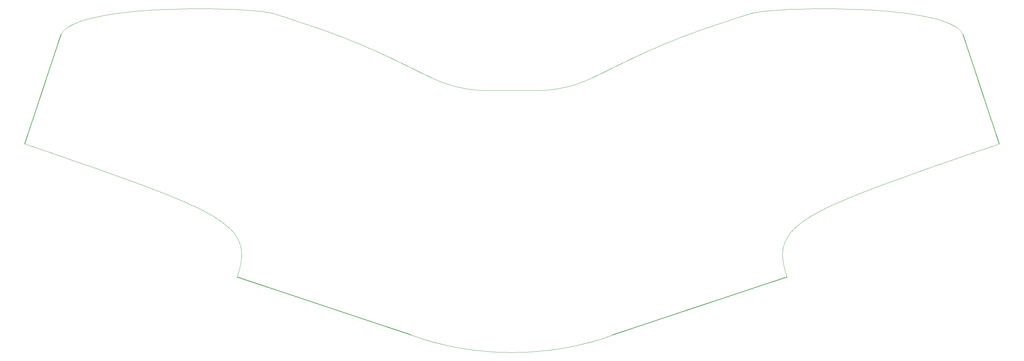
<source format=gbr>
G04 #@! TF.GenerationSoftware,KiCad,Pcbnew,5.1.6*
G04 #@! TF.CreationDate,2020-09-26T20:09:36-05:00*
G04 #@! TF.ProjectId,steno,7374656e-6f2e-46b6-9963-61645f706362,rev?*
G04 #@! TF.SameCoordinates,Original*
G04 #@! TF.FileFunction,Profile,NP*
%FSLAX46Y46*%
G04 Gerber Fmt 4.6, Leading zero omitted, Abs format (unit mm)*
G04 Created by KiCad (PCBNEW 5.1.6) date 2020-09-26 20:09:36*
%MOMM*%
%LPD*%
G01*
G04 APERTURE LIST*
G04 #@! TA.AperFunction,Profile*
%ADD10C,0.150000*%
G04 #@! TD*
G04 #@! TA.AperFunction,Profile*
%ADD11C,0.050000*%
G04 #@! TD*
G04 APERTURE END LIST*
D10*
X273533919Y-51238209D02*
X283634768Y-81602218D01*
D11*
X273533919Y-51238209D02*
X273040316Y-50447265D01*
X273040316Y-50447265D02*
X272298509Y-49711783D01*
X272298509Y-49711783D02*
X271324644Y-49030165D01*
X271324644Y-49030165D02*
X270134869Y-48400812D01*
X270134869Y-48400812D02*
X268745331Y-47822126D01*
X268745331Y-47822126D02*
X267172176Y-47292510D01*
X267172176Y-47292510D02*
X265431552Y-46810364D01*
X265431552Y-46810364D02*
X263539607Y-46374091D01*
X263539607Y-46374091D02*
X261512487Y-45982093D01*
X261512487Y-45982093D02*
X259366339Y-45632772D01*
X259366339Y-45632772D02*
X257117311Y-45324529D01*
X257117311Y-45324529D02*
X254781551Y-45055766D01*
X254781551Y-45055766D02*
X252375204Y-44824885D01*
X252375204Y-44824885D02*
X249914418Y-44630289D01*
X249914418Y-44630289D02*
X247415341Y-44470378D01*
X247415341Y-44470378D02*
X244894120Y-44343555D01*
X244894120Y-44343555D02*
X242366902Y-44248221D01*
X242366902Y-44248221D02*
X239849833Y-44182779D01*
X239849833Y-44182779D02*
X237359062Y-44145630D01*
X237359062Y-44145630D02*
X234910735Y-44135177D01*
X234910735Y-44135177D02*
X232521000Y-44149820D01*
X232521000Y-44149820D02*
X230206003Y-44187962D01*
X230206003Y-44187962D02*
X227981892Y-44248005D01*
X227981892Y-44248005D02*
X225864815Y-44328351D01*
X225864815Y-44328351D02*
X223870917Y-44427401D01*
X223870917Y-44427401D02*
X222016347Y-44543557D01*
X222016347Y-44543557D02*
X220317252Y-44675222D01*
X220317252Y-44675222D02*
X218789778Y-44820797D01*
X218789778Y-44820797D02*
X217450074Y-44978683D01*
X217450074Y-44978683D02*
X216314285Y-45147283D01*
X216314285Y-45147283D02*
X215398560Y-45324999D01*
X215398560Y-45324999D02*
X214719046Y-45510233D01*
D10*
X224789729Y-118568448D02*
X176397048Y-134666551D01*
D11*
X283634768Y-81602218D02*
X278613695Y-83328162D01*
X278613695Y-83328162D02*
X273856233Y-84966077D01*
X273856233Y-84966077D02*
X269356551Y-86521082D01*
X269356551Y-86521082D02*
X265108818Y-87998299D01*
X265108818Y-87998299D02*
X261107203Y-89402847D01*
X261107203Y-89402847D02*
X257345875Y-90739848D01*
X257345875Y-90739848D02*
X253819004Y-92014423D01*
X253819004Y-92014423D02*
X250520757Y-93231692D01*
X250520757Y-93231692D02*
X247445304Y-94396776D01*
X247445304Y-94396776D02*
X244586814Y-95514796D01*
X244586814Y-95514796D02*
X241939456Y-96590873D01*
X241939456Y-96590873D02*
X239497399Y-97630127D01*
X239497399Y-97630127D02*
X237254812Y-98637679D01*
X237254812Y-98637679D02*
X235205864Y-99618651D01*
X235205864Y-99618651D02*
X233344725Y-100578161D01*
X233344725Y-100578161D02*
X231665562Y-101521333D01*
X231665562Y-101521333D02*
X230162545Y-102453285D01*
X230162545Y-102453285D02*
X228829843Y-103379140D01*
X228829843Y-103379140D02*
X227661625Y-104304017D01*
X227661625Y-104304017D02*
X226652060Y-105233038D01*
X226652060Y-105233038D02*
X225795317Y-106171324D01*
X225795317Y-106171324D02*
X225085565Y-107123994D01*
X225085565Y-107123994D02*
X224516973Y-108096170D01*
X224516973Y-108096170D02*
X224083710Y-109092973D01*
X224083710Y-109092973D02*
X223779945Y-110119523D01*
X223779945Y-110119523D02*
X223599847Y-111180942D01*
X223599847Y-111180942D02*
X223537584Y-112282349D01*
X223537584Y-112282349D02*
X223587327Y-113428866D01*
X223587327Y-113428866D02*
X223743244Y-114625614D01*
X223743244Y-114625614D02*
X223999504Y-115877713D01*
X223999504Y-115877713D02*
X224350276Y-117190284D01*
X224350276Y-117190284D02*
X224789729Y-118568448D01*
X214719046Y-45510233D02*
X210971304Y-46669332D01*
X210971304Y-46669332D02*
X207449751Y-47804287D01*
X207449751Y-47804287D02*
X204144037Y-48914333D01*
X204144037Y-48914333D02*
X201043814Y-49998703D01*
X201043814Y-49998703D02*
X198138732Y-51056631D01*
X198138732Y-51056631D02*
X195418443Y-52087350D01*
X195418443Y-52087350D02*
X192872598Y-53090096D01*
X192872598Y-53090096D02*
X190490847Y-54064101D01*
X190490847Y-54064101D02*
X188262842Y-55008599D01*
X188262842Y-55008599D02*
X186178234Y-55922825D01*
X186178234Y-55922825D02*
X184226674Y-56806012D01*
X184226674Y-56806012D02*
X182397813Y-57657394D01*
X182397813Y-57657394D02*
X180681302Y-58476206D01*
X180681302Y-58476206D02*
X179066793Y-59261680D01*
X179066793Y-59261680D02*
X177543935Y-60013050D01*
X177543935Y-60013050D02*
X176102380Y-60729552D01*
X176102380Y-60729552D02*
X174731780Y-61410418D01*
X174731780Y-61410418D02*
X173421785Y-62054882D01*
X173421785Y-62054882D02*
X172162046Y-62662179D01*
X172162046Y-62662179D02*
X170942215Y-63231542D01*
X170942215Y-63231542D02*
X169751942Y-63762204D01*
X169751942Y-63762204D02*
X168580879Y-64253401D01*
X168580879Y-64253401D02*
X167418676Y-64704365D01*
X167418676Y-64704365D02*
X166254985Y-65114332D01*
X166254985Y-65114332D02*
X165079456Y-65482533D01*
X165079456Y-65482533D02*
X163881741Y-65808204D01*
X163881741Y-65808204D02*
X162651491Y-66090579D01*
X162651491Y-66090579D02*
X161378357Y-66328890D01*
X161378357Y-66328890D02*
X160051990Y-66522373D01*
X160051990Y-66522373D02*
X158662040Y-66670260D01*
X158662040Y-66670260D02*
X157198160Y-66771787D01*
X157198160Y-66771787D02*
X155650000Y-66826186D01*
D10*
X23616081Y-51238209D02*
X13515232Y-81602218D01*
D11*
X120752952Y-134666551D02*
X122423205Y-135241756D01*
X122423205Y-135241756D02*
X124105861Y-135779852D01*
X124105861Y-135779852D02*
X125800124Y-136280838D01*
X125800124Y-136280838D02*
X127505194Y-136744713D01*
X127505194Y-136744713D02*
X129220275Y-137171479D01*
X129220275Y-137171479D02*
X130944569Y-137561135D01*
X130944569Y-137561135D02*
X132677278Y-137913680D01*
X132677278Y-137913680D02*
X134417605Y-138229116D01*
X134417605Y-138229116D02*
X136164752Y-138507441D01*
X136164752Y-138507441D02*
X137917922Y-138748656D01*
X137917922Y-138748656D02*
X139676317Y-138952762D01*
X139676317Y-138952762D02*
X141439139Y-139119757D01*
X141439139Y-139119757D02*
X143205591Y-139249642D01*
X143205591Y-139249642D02*
X144974875Y-139342417D01*
X144974875Y-139342417D02*
X146746194Y-139398082D01*
X146746194Y-139398082D02*
X148518750Y-139416637D01*
X148518750Y-139416637D02*
X150291745Y-139398082D01*
X150291745Y-139398082D02*
X152064382Y-139342417D01*
X152064382Y-139342417D02*
X153835863Y-139249642D01*
X153835863Y-139249642D02*
X155605392Y-139119757D01*
X155605392Y-139119757D02*
X157372169Y-138952762D01*
X157372169Y-138952762D02*
X159135397Y-138748656D01*
X159135397Y-138748656D02*
X160894280Y-138507441D01*
X160894280Y-138507441D02*
X162648019Y-138229116D01*
X162648019Y-138229116D02*
X164395817Y-137913680D01*
X164395817Y-137913680D02*
X166136876Y-137561135D01*
X166136876Y-137561135D02*
X167870398Y-137171479D01*
X167870398Y-137171479D02*
X169595586Y-136744713D01*
X169595586Y-136744713D02*
X171311643Y-136280838D01*
X171311643Y-136280838D02*
X173017770Y-135779852D01*
X173017770Y-135779852D02*
X174713171Y-135241756D01*
X174713171Y-135241756D02*
X176397048Y-134666551D01*
X13515232Y-81602218D02*
X18536304Y-83328162D01*
X18536304Y-83328162D02*
X23293766Y-84966077D01*
X23293766Y-84966077D02*
X27793448Y-86521082D01*
X27793448Y-86521082D02*
X32041181Y-87998299D01*
X32041181Y-87998299D02*
X36042796Y-89402847D01*
X36042796Y-89402847D02*
X39804124Y-90739848D01*
X39804124Y-90739848D02*
X43330995Y-92014423D01*
X43330995Y-92014423D02*
X46629242Y-93231692D01*
X46629242Y-93231692D02*
X49704695Y-94396776D01*
X49704695Y-94396776D02*
X52563185Y-95514796D01*
X52563185Y-95514796D02*
X55210543Y-96590873D01*
X55210543Y-96590873D02*
X57652600Y-97630127D01*
X57652600Y-97630127D02*
X59895187Y-98637679D01*
X59895187Y-98637679D02*
X61944135Y-99618651D01*
X61944135Y-99618651D02*
X63805274Y-100578161D01*
X63805274Y-100578161D02*
X65484437Y-101521333D01*
X65484437Y-101521333D02*
X66987454Y-102453285D01*
X66987454Y-102453285D02*
X68320156Y-103379140D01*
X68320156Y-103379140D02*
X69488374Y-104304017D01*
X69488374Y-104304017D02*
X70497939Y-105233038D01*
X70497939Y-105233038D02*
X71354682Y-106171324D01*
X71354682Y-106171324D02*
X72064434Y-107123994D01*
X72064434Y-107123994D02*
X72633026Y-108096170D01*
X72633026Y-108096170D02*
X73066289Y-109092973D01*
X73066289Y-109092973D02*
X73370054Y-110119523D01*
X73370054Y-110119523D02*
X73550152Y-111180942D01*
X73550152Y-111180942D02*
X73612415Y-112282349D01*
X73612415Y-112282349D02*
X73562672Y-113428866D01*
X73562672Y-113428866D02*
X73406755Y-114625614D01*
X73406755Y-114625614D02*
X73150495Y-115877713D01*
X73150495Y-115877713D02*
X72799723Y-117190284D01*
X72799723Y-117190284D02*
X72360271Y-118568448D01*
X82430954Y-45510233D02*
X86165498Y-46669332D01*
X86165498Y-46669332D02*
X89675529Y-47804287D01*
X89675529Y-47804287D02*
X92971314Y-48914333D01*
X92971314Y-48914333D02*
X96063119Y-49998703D01*
X96063119Y-49998703D02*
X98961211Y-51056631D01*
X98961211Y-51056631D02*
X101675855Y-52087350D01*
X101675855Y-52087350D02*
X104217320Y-53090096D01*
X104217320Y-53090096D02*
X106595871Y-54064101D01*
X106595871Y-54064101D02*
X108821774Y-55008599D01*
X108821774Y-55008599D02*
X110905297Y-55922825D01*
X110905297Y-55922825D02*
X112856706Y-56806012D01*
X112856706Y-56806012D02*
X114686268Y-57657394D01*
X114686268Y-57657394D02*
X116404248Y-58476206D01*
X116404248Y-58476206D02*
X118020914Y-59261680D01*
X118020914Y-59261680D02*
X119546532Y-60013050D01*
X119546532Y-60013050D02*
X120991369Y-60729552D01*
X120991369Y-60729552D02*
X122365691Y-61410418D01*
X122365691Y-61410418D02*
X123679764Y-62054882D01*
X123679764Y-62054882D02*
X124943856Y-62662179D01*
X124943856Y-62662179D02*
X126168233Y-63231542D01*
X126168233Y-63231542D02*
X127363162Y-63762204D01*
X127363162Y-63762204D02*
X128538908Y-64253401D01*
X128538908Y-64253401D02*
X129705739Y-64704365D01*
X129705739Y-64704365D02*
X130873921Y-65114332D01*
X130873921Y-65114332D02*
X132053720Y-65482533D01*
X132053720Y-65482533D02*
X133255404Y-65808204D01*
X133255404Y-65808204D02*
X134489238Y-66090579D01*
X134489238Y-66090579D02*
X135765490Y-66328890D01*
X135765490Y-66328890D02*
X137094425Y-66522373D01*
X137094425Y-66522373D02*
X138486311Y-66670260D01*
X138486311Y-66670260D02*
X139951413Y-66771787D01*
X139951413Y-66771787D02*
X141500000Y-66826186D01*
X23616081Y-51238209D02*
X24109683Y-50447265D01*
X24109683Y-50447265D02*
X24851490Y-49711783D01*
X24851490Y-49711783D02*
X25825355Y-49030165D01*
X25825355Y-49030165D02*
X27015130Y-48400812D01*
X27015130Y-48400812D02*
X28404668Y-47822126D01*
X28404668Y-47822126D02*
X29977823Y-47292510D01*
X29977823Y-47292510D02*
X31718447Y-46810364D01*
X31718447Y-46810364D02*
X33610392Y-46374091D01*
X33610392Y-46374091D02*
X35637512Y-45982093D01*
X35637512Y-45982093D02*
X37783660Y-45632772D01*
X37783660Y-45632772D02*
X40032688Y-45324529D01*
X40032688Y-45324529D02*
X42368448Y-45055766D01*
X42368448Y-45055766D02*
X44774795Y-44824885D01*
X44774795Y-44824885D02*
X47235581Y-44630289D01*
X47235581Y-44630289D02*
X49734658Y-44470378D01*
X49734658Y-44470378D02*
X52255879Y-44343555D01*
X52255879Y-44343555D02*
X54783097Y-44248221D01*
X54783097Y-44248221D02*
X57300166Y-44182779D01*
X57300166Y-44182779D02*
X59790937Y-44145630D01*
X59790937Y-44145630D02*
X62239264Y-44135177D01*
X62239264Y-44135177D02*
X64628999Y-44149820D01*
X64628999Y-44149820D02*
X66943996Y-44187962D01*
X66943996Y-44187962D02*
X69168107Y-44248005D01*
X69168107Y-44248005D02*
X71285184Y-44328351D01*
X71285184Y-44328351D02*
X73279082Y-44427401D01*
X73279082Y-44427401D02*
X75133652Y-44543557D01*
X75133652Y-44543557D02*
X76832747Y-44675222D01*
X76832747Y-44675222D02*
X78360221Y-44820797D01*
X78360221Y-44820797D02*
X79699925Y-44978683D01*
X79699925Y-44978683D02*
X80835714Y-45147283D01*
X80835714Y-45147283D02*
X81751439Y-45324999D01*
X81751439Y-45324999D02*
X82430954Y-45510233D01*
X155650000Y-66826186D02*
X141500000Y-66826186D01*
D10*
X72360271Y-118568448D02*
X120752952Y-134666551D01*
M02*

</source>
